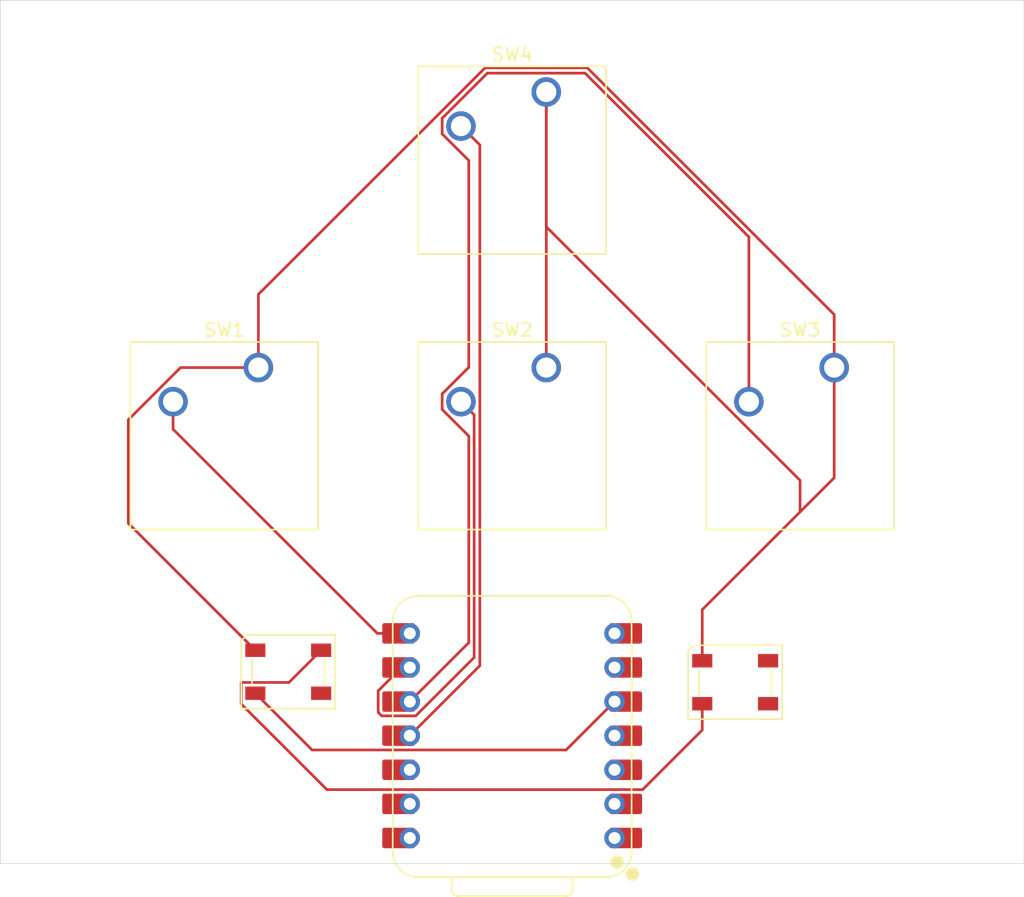
<source format=kicad_pcb>
(kicad_pcb (version 20241229) (generator "pcbnew") (generator_version "9.0")
  (layers (0 "F.Cu" signal) (2 "B.Cu" signal) (13 "F.Paste" user) (15 "B.Paste" user) (5 "F.SilkS" user "F.Silkscreen") (7 "B.SilkS" user "B.Silkscreen") (1 "F.Mask" user) (3 "B.Mask" user) (25 "Edge.Cuts" user))
  (net 0 "")
  (net 1 "Net-(D1-DOUT)")
  (net 2 "Net-(D1-DIN)")
  (net 3 "GND")
  (net 6 "+5V")
  (net 7 "Net-(U1-GPIO1{slash}RX)")
  (net 8 "Net-(U1-GPIO2{slash}SCK)")
  (net 9 "Net-(U1-GPIO4{slash}MISO)")
  (net 10 "Net-(U1-GPIO3{slash}MOSI)")
  (footprint "Button_Switch_Keyboard:SW_Cherry_MX_1.00u_PCB" (layer "F.Cu") (at 152.55875 79.74)
    (property "Reference" "SW1" (at -2.54 -2.794 0) (layer "F.SilkS"))
    (property "Value" "SW_Push" (hide yes))
    (fp_line (start -9.525 -1.905) (end 4.445 -1.905) (stroke (width 0.12)) (layer "F.SilkS"))
    (fp_line (start -9.525 12.065) (end -9.525 -1.905) (stroke (width 0.12)) (layer "F.SilkS"))
    (fp_line (start 4.445 -1.905) (end 4.445 12.065) (stroke (width 0.12)) (layer "F.SilkS"))
    (fp_line (start 4.445 12.065) (end -9.525 12.065) (stroke (width 0.12)) (layer "F.SilkS"))
    (pad "" np_thru_hole circle (at -7.62 5.08) (size 1.7 1.7) (drill 1.7) (layers "*.Cu" "*.Mask"))
    (pad "" np_thru_hole circle (at -2.54 5.08) (size 4 4) (drill 4) (layers "*.Cu" "*.Mask"))
    (pad "" np_thru_hole circle (at 2.54 5.08) (size 1.7 1.7) (drill 1.7) (layers "*.Cu" "*.Mask"))
    (pad "1" thru_hole circle (at 0 0) (size 2.2 2.2) (drill 1.5) (layers "*.Cu" "*.Mask") (net 3 "GND"))
    (pad "2" thru_hole circle (at -6.35 2.54) (size 2.2 2.2) (drill 1.5) (layers "*.Cu" "*.Mask") (net 7 "Net-(U1-GPIO1{slash}RX)"))
  )
  (footprint "LED_SMD:LED_SK6812_PLCC4_5.0x5.0mm_P3.2mm" (layer "F.Cu") (at 188.05 103.175)
    (property "Reference" "D2" (hide yes))
    (property "Value" "SK6812" (hide yes))
    (fp_line (start -3.5 -2.3) (end -3.5 2.75) (stroke (width 0.12)) (layer "F.SilkS"))
    (fp_line (start -3.05 -2.75) (end -3.5 -2.3) (stroke (width 0.12)) (layer "F.SilkS"))
    (fp_line (start -2.7 -0.9) (end -2.7 0.9) (stroke (width 0.12)) (layer "F.SilkS"))
    (fp_line (start 2.7 -0.9) (end 2.7 0.9) (stroke (width 0.12)) (layer "F.SilkS"))
    (fp_line (start 3.5 -2.75) (end -3.05 -2.75) (stroke (width 0.12)) (layer "F.SilkS"))
    (fp_line (start 3.5 2.75) (end -3.5 2.75) (stroke (width 0.12)) (layer "F.SilkS"))
    (fp_line (start 3.5 2.75) (end 3.5 -2.75) (stroke (width 0.12)) (layer "F.SilkS"))
    (pad "1" smd rect (at -2.45 -1.6 180) (size 1.5 1) (layers "F.Cu" "F.Mask" "F.Paste") (net 3 "GND"))
    (pad "2" smd rect (at -2.45 1.6 180) (size 1.5 1) (layers "F.Cu" "F.Mask" "F.Paste") (net 1 "Net-(D1-DOUT)"))
    (pad "3" smd rect (at 2.45 1.6 180) (size 1.5 1) (layers "F.Cu" "F.Mask" "F.Paste") (net 6 "+5V"))
    (pad "4" smd rect (at 2.45 -1.6 180) (size 1.5 1) (layers "F.Cu" "F.Mask" "F.Paste"))
  )
  (footprint "Button_Switch_Keyboard:SW_Cherry_MX_1.00u_PCB" (layer "F.Cu") (at 173.99 59.21375)
    (property "Reference" "SW4" (at -2.54 -2.794 0) (layer "F.SilkS"))
    (property "Value" "SW_Push" (hide yes))
    (fp_line (start -9.525 -1.905) (end 4.445 -1.905) (stroke (width 0.12)) (layer "F.SilkS"))
    (fp_line (start -9.525 12.065) (end -9.525 -1.905) (stroke (width 0.12)) (layer "F.SilkS"))
    (fp_line (start 4.445 -1.905) (end 4.445 12.065) (stroke (width 0.12)) (layer "F.SilkS"))
    (fp_line (start 4.445 12.065) (end -9.525 12.065) (stroke (width 0.12)) (layer "F.SilkS"))
    (pad "" np_thru_hole circle (at -7.62 5.08) (size 1.7 1.7) (drill 1.7) (layers "*.Cu" "*.Mask"))
    (pad "" np_thru_hole circle (at -2.54 5.08) (size 4 4) (drill 4) (layers "*.Cu" "*.Mask"))
    (pad "" np_thru_hole circle (at 2.54 5.08) (size 1.7 1.7) (drill 1.7) (layers "*.Cu" "*.Mask"))
    (pad "1" thru_hole circle (at 0 0) (size 2.2 2.2) (drill 1.5) (layers "*.Cu" "*.Mask") (net 3 "GND"))
    (pad "2" thru_hole circle (at -6.35 2.54) (size 2.2 2.2) (drill 1.5) (layers "*.Cu" "*.Mask") (net 10 "Net-(U1-GPIO3{slash}MOSI)"))
  )
  (footprint "OPL:XIAO-RP2040-DIP" (layer "F.Cu") (at 171.45 107.15625 180)
    (property "Reference" "U1" (hide yes))
    (property "Value" "XIAO-RP2040-DIP" (hide yes))
    (fp_line (start 8.89 8.509) (end 8.89 -8.636) (stroke (width 0.127)) (layer "F.SilkS"))
    (fp_line (start 6.985 -10.541) (end -6.985 -10.541) (stroke (width 0.1)) (layer "F.SilkS"))
    (fp_line (start 6.985 -10.541) (end -6.985 -10.541) (stroke (width 0.127)) (layer "F.SilkS"))
    (fp_line (start 4.504 -11.451) (end 4.504 -10.541) (stroke (width 0.127)) (layer "F.SilkS"))
    (fp_line (start -3.991272 -11.951) (end 4.004 -11.951) (stroke (width 0.127)) (layer "F.SilkS"))
    (fp_line (start -4.495 -10.541) (end -4.491272 -11.451272) (stroke (width 0.127)) (layer "F.SilkS"))
    (fp_line (start -6.985 10.414) (end 6.985 10.414) (stroke (width 0.127)) (layer "F.SilkS"))
    (fp_line (start -8.89 8.509) (end -8.89 -8.636) (stroke (width 0.127)) (layer "F.SilkS"))
    (fp_arc (start 8.89 8.509) (mid 8.332038 9.856038) (end 6.985 10.414) (stroke (width 0.127)) (layer "F.SilkS"))
    (fp_arc (start 6.985 -10.541) (mid 8.332038 -9.983038) (end 8.89 -8.636) (stroke (width 0.127)) (layer "F.SilkS"))
    (fp_arc (start 4.004 -11.951) (mid 4.357553 -11.804553) (end 4.504 -11.451) (stroke (width 0.127)) (layer "F.SilkS"))
    (fp_arc (start -4.491272 -11.451272) (mid -4.344728 -11.80464) (end -3.991272 -11.951) (stroke (width 0.127)) (layer "F.SilkS"))
    (fp_arc (start -6.985 10.414) (mid -8.332038 9.856038) (end -8.89 8.509) (stroke (width 0.127)) (layer "F.SilkS"))
    (fp_arc (start -8.89 -8.636) (mid -8.332038 -9.983038) (end -6.985 -10.541) (stroke (width 0.127)) (layer "F.SilkS"))
    (fp_circle (center -7.807 -9.42) (end -7.807 -9.674) (stroke (width 0.5)) (fill yes) (layer "F.SilkS"))
    (fp_circle (center -8.95 -10.3) (end -8.95 -10.554) (stroke (width 0.5)) (fill yes) (layer "F.SilkS"))
    (pad "1" smd roundrect (at -8.455 -7.62) (size 2.432 1.524) (layers "F.Cu" "F.Mask") (roundrect_rratio 0.1))
    (pad "1" thru_hole circle (at -7.62 -7.62) (size 1.524 1.524) (drill 0.889) (layers "*.Cu" "*.Mask"))
    (pad "2" smd roundrect (at -8.455 -5.08) (size 2.432 1.524) (layers "F.Cu" "F.Mask") (roundrect_rratio 0.1))
    (pad "2" thru_hole circle (at -7.62 -5.08) (size 1.524 1.524) (drill 0.889) (layers "*.Cu" "*.Mask"))
    (pad "3" smd roundrect (at -8.455 -2.54) (size 2.432 1.524) (layers "F.Cu" "F.Mask") (roundrect_rratio 0.1))
    (pad "3" thru_hole circle (at -7.62 -2.54) (size 1.524 1.524) (drill 0.889) (layers "*.Cu" "*.Mask"))
    (pad "4" smd roundrect (at -8.455 0) (size 2.432 1.524) (layers "F.Cu" "F.Mask") (roundrect_rratio 0.1))
    (pad "4" thru_hole circle (at -7.62 0) (size 1.524 1.524) (drill 0.889) (layers "*.Cu" "*.Mask"))
    (pad "5" smd roundrect (at -8.455 2.54) (size 2.432 1.524) (layers "F.Cu" "F.Mask") (roundrect_rratio 0.1) (net 2 "Net-(D1-DIN)"))
    (pad "5" thru_hole circle (at -7.62 2.54) (size 1.524 1.524) (drill 0.889) (layers "*.Cu" "*.Mask") (net 2 "Net-(D1-DIN)"))
    (pad "6" smd roundrect (at -8.455 5.08) (size 2.432 1.524) (layers "F.Cu" "F.Mask") (roundrect_rratio 0.1))
    (pad "6" thru_hole circle (at -7.62 5.08) (size 1.524 1.524) (drill 0.889) (layers "*.Cu" "*.Mask"))
    (pad "7" smd roundrect (at -8.455 7.62) (size 2.432 1.524) (layers "F.Cu" "F.Mask") (roundrect_rratio 0.1))
    (pad "7" thru_hole circle (at -7.62 7.62) (size 1.524 1.524) (drill 0.889) (layers "*.Cu" "*.Mask"))
    (pad "8" thru_hole circle (at 7.62 7.62 180) (size 1.524 1.524) (drill 0.889) (layers "*.Cu" "*.Mask") (net 7 "Net-(U1-GPIO1{slash}RX)"))
    (pad "8" smd roundrect (at 8.455 7.62 180) (size 2.432 1.524) (layers "F.Cu" "F.Mask") (roundrect_rratio 0.1) (net 7 "Net-(U1-GPIO1{slash}RX)"))
    (pad "9" thru_hole circle (at 7.62 5.08 180) (size 1.524 1.524) (drill 0.889) (layers "*.Cu" "*.Mask") (net 8 "Net-(U1-GPIO2{slash}SCK)"))
    (pad "9" smd roundrect (at 8.455 5.08 180) (size 2.432 1.524) (layers "F.Cu" "F.Mask") (roundrect_rratio 0.1) (net 8 "Net-(U1-GPIO2{slash}SCK)"))
    (pad "10" thru_hole circle (at 7.62 2.54 180) (size 1.524 1.524) (drill 0.889) (layers "*.Cu" "*.Mask") (net 9 "Net-(U1-GPIO4{slash}MISO)"))
    (pad "10" smd roundrect (at 8.455 2.54 180) (size 2.432 1.524) (layers "F.Cu" "F.Mask") (roundrect_rratio 0.1) (net 9 "Net-(U1-GPIO4{slash}MISO)"))
    (pad "11" thru_hole circle (at 7.62 0 180) (size 1.524 1.524) (drill 0.889) (layers "*.Cu" "*.Mask") (net 10 "Net-(U1-GPIO3{slash}MOSI)"))
    (pad "11" smd roundrect (at 8.455 0 180) (size 2.432 1.524) (layers "F.Cu" "F.Mask") (roundrect_rratio 0.1) (net 10 "Net-(U1-GPIO3{slash}MOSI)"))
    (pad "12" thru_hole circle (at 7.62 -2.54 180) (size 1.524 1.524) (drill 0.889) (layers "*.Cu" "*.Mask"))
    (pad "12" smd roundrect (at 8.455 -2.54 180) (size 2.432 1.524) (layers "F.Cu" "F.Mask") (roundrect_rratio 0.1))
    (pad "13" thru_hole circle (at 7.62 -5.08 180) (size 1.524 1.524) (drill 0.889) (layers "*.Cu" "*.Mask"))
    (pad "13" smd roundrect (at 8.455 -5.08 180) (size 2.432 1.524) (layers "F.Cu" "F.Mask") (roundrect_rratio 0.1))
    (pad "14" thru_hole circle (at 7.62 -7.62 180) (size 1.524 1.524) (drill 0.889) (layers "*.Cu" "*.Mask"))
    (pad "14" smd roundrect (at 8.455 -7.62 180) (size 2.432 1.524) (layers "F.Cu" "F.Mask") (roundrect_rratio 0.1))
  )
  (footprint "LED_SMD:LED_SK6812_PLCC4_5.0x5.0mm_P3.2mm" (layer "F.Cu") (at 154.78125 102.39375)
    (property "Reference" "D1" (hide yes))
    (property "Value" "SK6812" (hide yes))
    (fp_line (start -3.5 -2.3) (end -3.5 2.75) (stroke (width 0.12)) (layer "F.SilkS"))
    (fp_line (start -3.05 -2.75) (end -3.5 -2.3) (stroke (width 0.12)) (layer "F.SilkS"))
    (fp_line (start -2.7 -0.9) (end -2.7 0.9) (stroke (width 0.12)) (layer "F.SilkS"))
    (fp_line (start 2.7 -0.9) (end 2.7 0.9) (stroke (width 0.12)) (layer "F.SilkS"))
    (fp_line (start 3.5 -2.75) (end -3.05 -2.75) (stroke (width 0.12)) (layer "F.SilkS"))
    (fp_line (start 3.5 2.75) (end -3.5 2.75) (stroke (width 0.12)) (layer "F.SilkS"))
    (fp_line (start 3.5 2.75) (end 3.5 -2.75) (stroke (width 0.12)) (layer "F.SilkS"))
    (pad "1" smd rect (at -2.45 -1.6 180) (size 1.5 1) (layers "F.Cu" "F.Mask" "F.Paste") (net 3 "GND"))
    (pad "2" smd rect (at -2.45 1.6 180) (size 1.5 1) (layers "F.Cu" "F.Mask" "F.Paste") (net 2 "Net-(D1-DIN)"))
    (pad "3" smd rect (at 2.45 1.6 180) (size 1.5 1) (layers "F.Cu" "F.Mask" "F.Paste"))
    (pad "4" smd rect (at 2.45 -1.6 180) (size 1.5 1) (layers "F.Cu" "F.Mask" "F.Paste") (net 1 "Net-(D1-DOUT)"))
  )
  (footprint "Button_Switch_Keyboard:SW_Cherry_MX_1.00u_PCB" (layer "F.Cu") (at 173.99 79.74)
    (property "Reference" "SW2" (at -2.54 -2.794 0) (layer "F.SilkS"))
    (property "Value" "SW_Push" (hide yes))
    (fp_line (start -9.525 -1.905) (end 4.445 -1.905) (stroke (width 0.12)) (layer "F.SilkS"))
    (fp_line (start -9.525 12.065) (end -9.525 -1.905) (stroke (width 0.12)) (layer "F.SilkS"))
    (fp_line (start 4.445 -1.905) (end 4.445 12.065) (stroke (width 0.12)) (layer "F.SilkS"))
    (fp_line (start 4.445 12.065) (end -9.525 12.065) (stroke (width 0.12)) (layer "F.SilkS"))
    (pad "" np_thru_hole circle (at -7.62 5.08) (size 1.7 1.7) (drill 1.7) (layers "*.Cu" "*.Mask"))
    (pad "" np_thru_hole circle (at -2.54 5.08) (size 4 4) (drill 4) (layers "*.Cu" "*.Mask"))
    (pad "" np_thru_hole circle (at 2.54 5.08) (size 1.7 1.7) (drill 1.7) (layers "*.Cu" "*.Mask"))
    (pad "1" thru_hole circle (at 0 0) (size 2.2 2.2) (drill 1.5) (layers "*.Cu" "*.Mask") (net 3 "GND"))
    (pad "2" thru_hole circle (at -6.35 2.54) (size 2.2 2.2) (drill 1.5) (layers "*.Cu" "*.Mask") (net 8 "Net-(U1-GPIO2{slash}SCK)"))
  )
  (footprint "Button_Switch_Keyboard:SW_Cherry_MX_1.00u_PCB" (layer "F.Cu") (at 195.42125 79.74)
    (property "Reference" "SW3" (at -2.54 -2.794 0) (layer "F.SilkS"))
    (property "Value" "SW_Push" (hide yes))
    (fp_line (start -9.525 -1.905) (end 4.445 -1.905) (stroke (width 0.12)) (layer "F.SilkS"))
    (fp_line (start -9.525 12.065) (end -9.525 -1.905) (stroke (width 0.12)) (layer "F.SilkS"))
    (fp_line (start 4.445 -1.905) (end 4.445 12.065) (stroke (width 0.12)) (layer "F.SilkS"))
    (fp_line (start 4.445 12.065) (end -9.525 12.065) (stroke (width 0.12)) (layer "F.SilkS"))
    (pad "" np_thru_hole circle (at -7.62 5.08) (size 1.7 1.7) (drill 1.7) (layers "*.Cu" "*.Mask"))
    (pad "" np_thru_hole circle (at -2.54 5.08) (size 4 4) (drill 4) (layers "*.Cu" "*.Mask"))
    (pad "" np_thru_hole circle (at 2.54 5.08) (size 1.7 1.7) (drill 1.7) (layers "*.Cu" "*.Mask"))
    (pad "1" thru_hole circle (at 0 0) (size 2.2 2.2) (drill 1.5) (layers "*.Cu" "*.Mask") (net 3 "GND"))
    (pad "2" thru_hole circle (at -6.35 2.54) (size 2.2 2.2) (drill 1.5) (layers "*.Cu" "*.Mask") (net 9 "Net-(U1-GPIO4{slash}MISO)"))
  )
  (gr_rect (start 133.35 52.3875) (end 209.55 116.68125) (stroke (width 0.05)) (fill no) (layer "Edge.Cuts"))
  (segment (start 185.6 106.733876) (end 181.160626 111.17325) (width 0.2) (layer "F.Cu") (net 1))
  (segment (start 151.28025 103.19275) (end 154.83225 103.19275) (width 0.2) (layer "F.Cu") (net 1))
  (segment (start 157.65875 111.17325) (end 151.28025 104.79475) (width 0.2) (layer "F.Cu") (net 1))
  (segment (start 154.83225 103.19275) (end 157.23125 100.79375) (width 0.2) (layer "F.Cu") (net 1))
  (segment (start 181.160626 111.17325) (end 157.65875 111.17325) (width 0.2) (layer "F.Cu") (net 1))
  (segment (start 151.28025 104.79475) (end 151.28025 103.19275) (width 0.2) (layer "F.Cu") (net 1))
  (segment (start 185.6 104.775) (end 185.6 106.733876) (width 0.2) (layer "F.Cu") (net 1))
  (segment (start 156.55675 108.21925) (end 152.33125 103.99375) (width 0.2) (layer "F.Cu") (net 2))
  (segment (start 175.467 108.21925) (end 156.55675 108.21925) (width 0.2) (layer "F.Cu") (net 2))
  (segment (start 179.07 104.61625) (end 175.467 108.21925) (width 0.2) (layer "F.Cu") (net 2))
  (segment (start 169.433586 57.41175) (end 177.04135 57.41175) (width 0.2) (layer "F.Cu") (net 3))
  (segment (start 142.875 83.632436) (end 142.875 91.3375) (width 0.2) (layer "F.Cu") (net 3))
  (segment (start 152.55875 79.74) (end 146.767436 79.74) (width 0.2) (layer "F.Cu") (net 3))
  (segment (start 192.88125 90.4875) (end 185.6 97.76875) (width 0.2) (layer "F.Cu") (net 3))
  (segment (start 146.767436 79.74) (end 142.875 83.632436) (width 0.2) (layer "F.Cu") (net 3))
  (segment (start 152.55875 79.74) (end 152.55875 74.286586) (width 0.2) (layer "F.Cu") (net 3))
  (segment (start 195.42125 75.79165) (end 195.42125 79.74) (width 0.2) (layer "F.Cu") (net 3))
  (segment (start 195.42125 87.9475) (end 192.88125 90.4875) (width 0.2) (layer "F.Cu") (net 3))
  (segment (start 195.42125 79.74) (end 195.42125 87.9475) (width 0.2) (layer "F.Cu") (net 3))
  (segment (start 173.99 69.253566) (end 192.88125 88.144816) (width 0.2) (layer "F.Cu") (net 3))
  (segment (start 185.6 97.76875) (end 185.6 101.575) (width 0.2) (layer "F.Cu") (net 3))
  (segment (start 192.88125 88.144816) (end 192.88125 90.4875) (width 0.2) (layer "F.Cu") (net 3))
  (segment (start 152.55875 74.286586) (end 169.433586 57.41175) (width 0.2) (layer "F.Cu") (net 3))
  (segment (start 173.99 59.21375) (end 173.99 69.253566) (width 0.2) (layer "F.Cu") (net 3))
  (segment (start 177.04135 57.41175) (end 195.42125 75.79165) (width 0.2) (layer "F.Cu") (net 3))
  (segment (start 142.875 91.3375) (end 152.33125 100.79375) (width 0.2) (layer "F.Cu") (net 3))
  (segment (start 173.99 59.21375) (end 173.99 79.74) (width 0.2) (layer "F.Cu") (net 3))
  (segment (start 146.20875 84.334816) (end 146.20875 82.28) (width 0.2) (layer "F.Cu") (net 7))
  (segment (start 163.83 99.53625) (end 161.410184 99.53625) (width 0.2) (layer "F.Cu") (net 7))
  (segment (start 161.410184 99.53625) (end 146.20875 84.334816) (width 0.2) (layer "F.Cu") (net 7))
  (segment (start 168.621314 101.328246) (end 168.621314 83.261314) (width 0.2) (layer "F.Cu") (net 8))
  (segment (start 163.83 102.07625) (end 163.216374 102.07625) (width 0.2) (layer "F.Cu") (net 8))
  (segment (start 161.478 103.814624) (end 161.478 105.417876) (width 0.2) (layer "F.Cu") (net 8))
  (segment (start 164.27031 105.67925) (end 168.621314 101.328246) (width 0.2) (layer "F.Cu") (net 8))
  (segment (start 168.621314 83.261314) (end 167.64 82.28) (width 0.2) (layer "F.Cu") (net 8))
  (segment (start 161.478 105.417876) (end 161.739374 105.67925) (width 0.2) (layer "F.Cu") (net 8))
  (segment (start 163.216374 102.07625) (end 161.478 103.814624) (width 0.2) (layer "F.Cu") (net 8))
  (segment (start 161.739374 105.67925) (end 164.27031 105.67925) (width 0.2) (layer "F.Cu") (net 8))
  (segment (start 163.83 104.61625) (end 168.220314 100.225936) (width 0.2) (layer "F.Cu") (net 9))
  (segment (start 189.07125 70.00875) (end 189.07125 82.28) (width 0.2) (layer "F.Cu") (net 9))
  (segment (start 166.239 81.699686) (end 168.220314 79.718372) (width 0.2) (layer "F.Cu") (net 9))
  (segment (start 166.239 62.334064) (end 166.239 61.173436) (width 0.2) (layer "F.Cu") (net 9))
  (segment (start 169.599686 57.81275) (end 176.87525 57.81275) (width 0.2) (layer "F.Cu") (net 9))
  (segment (start 168.220314 84.841628) (end 166.239 82.860314) (width 0.2) (layer "F.Cu") (net 9))
  (segment (start 168.220314 79.718372) (end 168.220314 64.315378) (width 0.2) (layer "F.Cu") (net 9))
  (segment (start 168.220314 64.315378) (end 166.239 62.334064) (width 0.2) (layer "F.Cu") (net 9))
  (segment (start 176.87525 57.81275) (end 189.07125 70.00875) (width 0.2) (layer "F.Cu") (net 9))
  (segment (start 166.239 61.173436) (end 169.599686 57.81275) (width 0.2) (layer "F.Cu") (net 9))
  (segment (start 166.239 82.860314) (end 166.239 81.699686) (width 0.2) (layer "F.Cu") (net 9))
  (segment (start 168.220314 100.225936) (end 168.220314 84.841628) (width 0.2) (layer "F.Cu") (net 9))
  (segment (start 169.041 63.15475) (end 169.041 101.94525) (width 0.2) (layer "F.Cu") (net 10))
  (segment (start 167.64 61.75375) (end 169.041 63.15475) (width 0.2) (layer "F.Cu") (net 10))
  (segment (start 169.041 101.94525) (end 163.83 107.15625) (width 0.2) (layer "F.Cu") (net 10))
)
</source>
